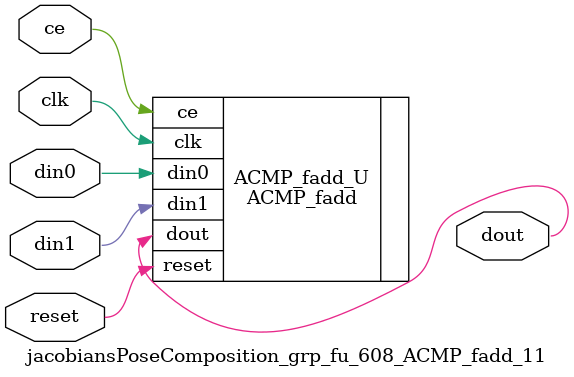
<source format=v>

`timescale 1 ns / 1 ps
module jacobiansPoseComposition_grp_fu_608_ACMP_fadd_11(
    clk,
    reset,
    ce,
    din0,
    din1,
    dout);

parameter ID = 32'd1;
parameter NUM_STAGE = 32'd1;
parameter din0_WIDTH = 32'd1;
parameter din1_WIDTH = 32'd1;
parameter dout_WIDTH = 32'd1;
input clk;
input reset;
input ce;
input[din0_WIDTH - 1:0] din0;
input[din1_WIDTH - 1:0] din1;
output[dout_WIDTH - 1:0] dout;



ACMP_fadd #(
.ID( ID ),
.NUM_STAGE( 4 ),
.din0_WIDTH( din0_WIDTH ),
.din1_WIDTH( din1_WIDTH ),
.dout_WIDTH( dout_WIDTH ))
ACMP_fadd_U(
    .clk( clk ),
    .reset( reset ),
    .ce( ce ),
    .din0( din0 ),
    .din1( din1 ),
    .dout( dout ));

endmodule

</source>
